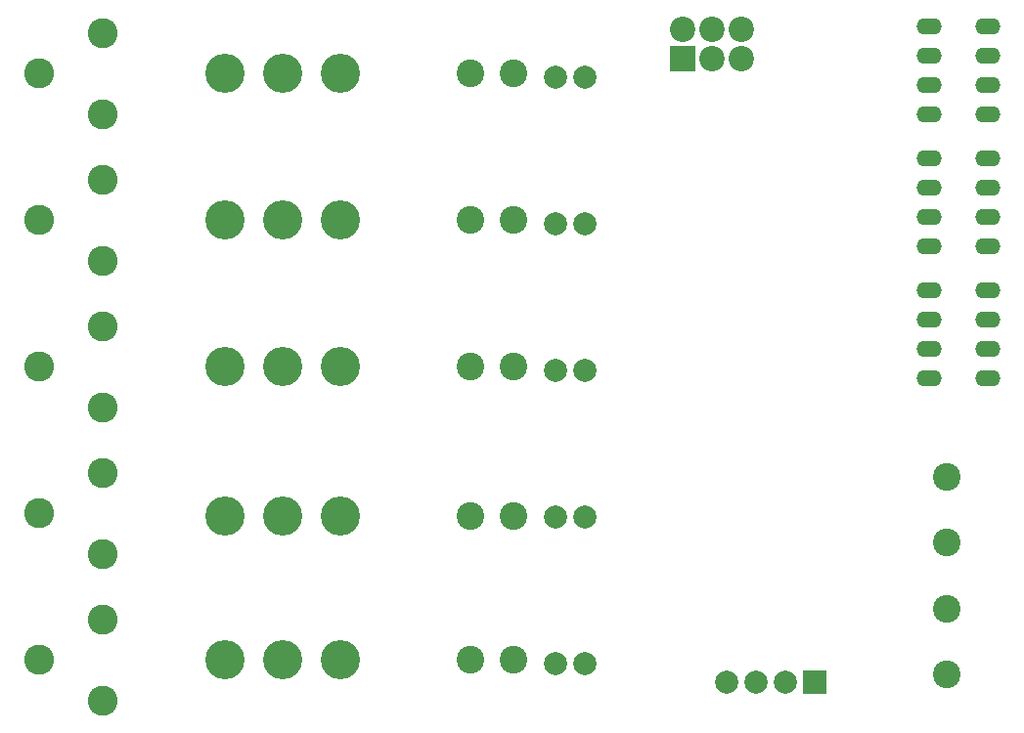
<source format=gbr>
G04 #@! TF.GenerationSoftware,KiCad,Pcbnew,5.0.0-fee4fd1~66~ubuntu16.04.1*
G04 #@! TF.CreationDate,2018-09-19T21:32:19+02:00*
G04 #@! TF.ProjectId,switch_3pole_5x,7377697463685F33706F6C655F35782E,1*
G04 #@! TF.SameCoordinates,Original*
G04 #@! TF.FileFunction,Soldermask,Top*
G04 #@! TF.FilePolarity,Negative*
%FSLAX46Y46*%
G04 Gerber Fmt 4.6, Leading zero omitted, Abs format (unit mm)*
G04 Created by KiCad (PCBNEW 5.0.0-fee4fd1~66~ubuntu16.04.1) date Wed Sep 19 21:32:19 2018*
%MOMM*%
%LPD*%
G01*
G04 APERTURE LIST*
%ADD10C,2.000000*%
%ADD11R,2.000000X2.000000*%
%ADD12C,3.400000*%
%ADD13C,2.400000*%
%ADD14R,2.200000X2.200000*%
%ADD15C,2.200000*%
%ADD16O,2.200000X1.400000*%
%ADD17C,2.600000*%
G04 APERTURE END LIST*
D10*
G04 #@! TO.C,U7*
X165100000Y-111125000D03*
X167640000Y-111125000D03*
X170180000Y-111125000D03*
D11*
X172720000Y-111125000D03*
G04 #@! TD*
D12*
G04 #@! TO.C,REL5*
X121685000Y-109220000D03*
X126685000Y-109220000D03*
X131685000Y-109220000D03*
D13*
X142935000Y-109220000D03*
X146685000Y-109220000D03*
G04 #@! TD*
D12*
G04 #@! TO.C,REL1*
X121685000Y-58420000D03*
X126685000Y-58420000D03*
X131685000Y-58420000D03*
D13*
X142935000Y-58420000D03*
X146685000Y-58420000D03*
G04 #@! TD*
D12*
G04 #@! TO.C,REL2*
X121685000Y-71120000D03*
X126685000Y-71120000D03*
X131685000Y-71120000D03*
D13*
X142935000Y-71120000D03*
X146685000Y-71120000D03*
G04 #@! TD*
D12*
G04 #@! TO.C,REL3*
X121685000Y-83820000D03*
X126685000Y-83820000D03*
X131685000Y-83820000D03*
D13*
X142935000Y-83820000D03*
X146685000Y-83820000D03*
G04 #@! TD*
D12*
G04 #@! TO.C,REL4*
X121685000Y-96733542D03*
X126685000Y-96733542D03*
X131685000Y-96733542D03*
D13*
X142935000Y-96733542D03*
X146685000Y-96733542D03*
G04 #@! TD*
D10*
G04 #@! TO.C,D6*
X150280000Y-58730000D03*
X152820000Y-58730000D03*
G04 #@! TD*
G04 #@! TO.C,D7*
X150280000Y-71430000D03*
X152820000Y-71430000D03*
G04 #@! TD*
G04 #@! TO.C,D8*
X150280000Y-84130000D03*
X152820000Y-84130000D03*
G04 #@! TD*
G04 #@! TO.C,D9*
X150280000Y-96830000D03*
X152820000Y-96830000D03*
G04 #@! TD*
G04 #@! TO.C,D10*
X150280000Y-109530000D03*
X152820000Y-109530000D03*
G04 #@! TD*
D13*
G04 #@! TO.C,J16*
X184150000Y-93345000D03*
G04 #@! TD*
G04 #@! TO.C,J13*
X184150000Y-110490000D03*
G04 #@! TD*
G04 #@! TO.C,J14*
X184150000Y-104775000D03*
G04 #@! TD*
G04 #@! TO.C,J15*
X184150000Y-99060000D03*
G04 #@! TD*
D14*
G04 #@! TO.C,J12*
X161290000Y-57150000D03*
D15*
X161290000Y-54610000D03*
X163830000Y-57150000D03*
X163830000Y-54610000D03*
X166370000Y-57150000D03*
X166370000Y-54610000D03*
G04 #@! TD*
D16*
G04 #@! TO.C,J7*
X182626000Y-61976000D03*
X182626000Y-59436000D03*
X182626000Y-56896000D03*
X182626000Y-54356000D03*
X187706000Y-61976000D03*
X187706000Y-59436000D03*
X187706000Y-54356000D03*
X187706000Y-56896000D03*
G04 #@! TD*
G04 #@! TO.C,J8*
X182626000Y-73406000D03*
X182626000Y-70866000D03*
X182626000Y-68326000D03*
X182626000Y-65786000D03*
X187706000Y-73406000D03*
X187706000Y-70866000D03*
X187706000Y-65786000D03*
X187706000Y-68326000D03*
G04 #@! TD*
G04 #@! TO.C,J9*
X182626000Y-84836000D03*
X182626000Y-82296000D03*
X182626000Y-79756000D03*
X182626000Y-77216000D03*
X187706000Y-84836000D03*
X187706000Y-82296000D03*
X187706000Y-77216000D03*
X187706000Y-79756000D03*
G04 #@! TD*
D17*
G04 #@! TO.C,J1*
X105640000Y-58420000D03*
X111140000Y-61920000D03*
X111140000Y-54920000D03*
G04 #@! TD*
G04 #@! TO.C,J2*
X105640000Y-71120000D03*
X111140000Y-74620000D03*
X111140000Y-67620000D03*
G04 #@! TD*
G04 #@! TO.C,J3*
X105640000Y-83820000D03*
X111140000Y-87320000D03*
X111140000Y-80320000D03*
G04 #@! TD*
G04 #@! TO.C,J4*
X105640000Y-96520000D03*
X111140000Y-100020000D03*
X111140000Y-93020000D03*
G04 #@! TD*
G04 #@! TO.C,J5*
X105640000Y-109220000D03*
X111140000Y-112720000D03*
X111140000Y-105720000D03*
G04 #@! TD*
M02*

</source>
